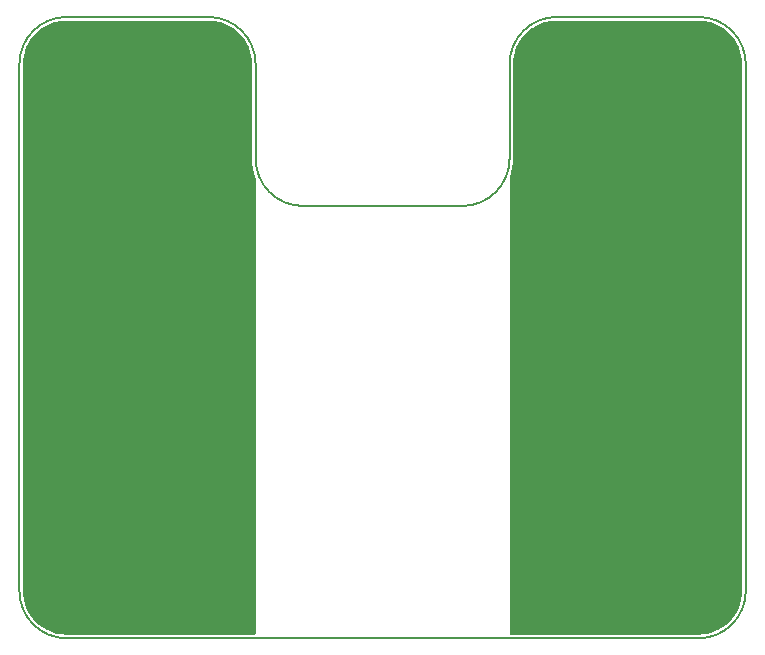
<source format=gbr>
%TF.GenerationSoftware,KiCad,Pcbnew,6.0.2+dfsg-1*%
%TF.CreationDate,2023-05-15T17:13:39+02:00*%
%TF.ProjectId,dclink,64636c69-6e6b-42e6-9b69-6361645f7063,V0*%
%TF.SameCoordinates,Original*%
%TF.FileFunction,Copper,L1,Top*%
%TF.FilePolarity,Positive*%
%FSLAX46Y46*%
G04 Gerber Fmt 4.6, Leading zero omitted, Abs format (unit mm)*
G04 Created by KiCad (PCBNEW 6.0.2+dfsg-1) date 2023-05-15 17:13:39*
%MOMM*%
%LPD*%
G01*
G04 APERTURE LIST*
%TA.AperFunction,NonConductor*%
%ADD10C,0.200000*%
%TD*%
%TA.AperFunction,ComponentPad*%
%ADD11C,12.200000*%
%TD*%
%TA.AperFunction,ComponentPad*%
%ADD12C,4.000000*%
%TD*%
%TA.AperFunction,ViaPad*%
%ADD13C,0.800000*%
%TD*%
G04 APERTURE END LIST*
D10*
X176600000Y-78500000D02*
X164600000Y-78500000D01*
X123100000Y-78500000D02*
X135100000Y-78500000D01*
X180600000Y-82500000D02*
G75*
G03*
X176600000Y-78500000I-4000000J0D01*
G01*
X139100000Y-90500000D02*
G75*
G03*
X143100000Y-94500000I4000000J0D01*
G01*
X160600000Y-82500000D02*
X160600000Y-90500000D01*
X156600000Y-94500000D02*
G75*
G03*
X160600000Y-90500000I0J4000000D01*
G01*
X119100000Y-82500000D02*
X119100000Y-127100000D01*
X180600000Y-94200000D02*
X180600000Y-82500000D01*
X119100000Y-127100000D02*
G75*
G03*
X123100000Y-131100000I4000000J0D01*
G01*
X139100000Y-82500000D02*
G75*
G03*
X135100000Y-78500000I-4000000J0D01*
G01*
X123100000Y-78500000D02*
G75*
G03*
X119100000Y-82500000I0J-4000000D01*
G01*
X180600000Y-127100000D02*
X180600000Y-94200000D01*
X164600000Y-78500000D02*
G75*
G03*
X160600000Y-82500000I0J-4000000D01*
G01*
X176600000Y-131100000D02*
G75*
G03*
X180600000Y-127100000I0J4000000D01*
G01*
X139100000Y-82500000D02*
X139100000Y-90500000D01*
X156600000Y-94500000D02*
X143100000Y-94500000D01*
X123100000Y-131100000D02*
X176600000Y-131100000D01*
D11*
%TO.P, ,1*%
%TO.N,GND*%
X129350000Y-86000000D03*
%TO.P, ,2*%
%TO.N,VDC*%
X170350000Y-86000000D03*
%TD*%
D12*
%TO.P, ,1,GND*%
%TO.N,VDC*%
X176100000Y-121800000D03*
%TO.P, ,2,GND*%
%TO.N,GND*%
X123600000Y-121800000D03*
%TO.P, ,3,SUP*%
%TO.N,VDC*%
X176100000Y-101800000D03*
%TO.P, ,4,GND*%
%TO.N,GND*%
X123600000Y-101800000D03*
%TD*%
D13*
%TO.N,GND*%
X122390000Y-95545654D03*
X128290000Y-104958699D03*
X123490000Y-117447409D03*
X121100000Y-100797827D03*
X127190000Y-101800425D03*
X127190000Y-97635207D03*
X129590000Y-103883034D03*
X128290000Y-111206526D03*
X129590000Y-112213470D03*
X131990000Y-103887380D03*
X123490000Y-113282191D03*
X131990000Y-124713470D03*
X127190000Y-126791733D03*
X125890000Y-96632609D03*
X130690000Y-121619571D03*
X128290000Y-125784789D03*
X124790000Y-114300425D03*
X122390000Y-128867399D03*
X131990000Y-112217816D03*
X125890000Y-102880436D03*
X121100000Y-119541308D03*
X128290000Y-115371744D03*
X123490000Y-115364800D03*
X127190000Y-116378688D03*
X129590000Y-108048252D03*
X123490000Y-127860455D03*
X121100000Y-123706526D03*
X131990000Y-118465643D03*
X131990000Y-105969989D03*
X130690000Y-127867399D03*
X130690000Y-111206526D03*
X128290000Y-94545654D03*
X131990000Y-128878689D03*
X121100000Y-107045654D03*
X124790000Y-124713470D03*
X128290000Y-123702180D03*
X121100000Y-115376090D03*
X124790000Y-99722162D03*
X122390000Y-116371744D03*
X122390000Y-97628263D03*
X123490000Y-123695236D03*
X130690000Y-102876090D03*
X123490000Y-109116973D03*
X130690000Y-123702180D03*
X123490000Y-125777845D03*
X124790000Y-128878689D03*
X130690000Y-104958699D03*
X131990000Y-99722162D03*
X127190000Y-103883034D03*
X121100000Y-113293481D03*
X128290000Y-119536962D03*
X125890000Y-111210872D03*
X131990000Y-116383034D03*
X127190000Y-128874343D03*
X123490000Y-111199582D03*
X127190000Y-122626515D03*
X127190000Y-114296079D03*
X125890000Y-123706526D03*
X128290000Y-121619571D03*
X121100000Y-94550000D03*
X124790000Y-105969989D03*
X122390000Y-118454353D03*
X128290000Y-107041308D03*
X128290000Y-109123917D03*
X122390000Y-103876090D03*
X127190000Y-112213470D03*
X130690000Y-96628263D03*
X131990000Y-126796079D03*
X130690000Y-94545654D03*
X124790000Y-95556944D03*
X129590000Y-116378688D03*
X131990000Y-108052598D03*
X131990000Y-101804771D03*
X131990000Y-120548252D03*
X125890000Y-117458699D03*
X129590000Y-118461297D03*
X125890000Y-125789135D03*
X123490000Y-119530018D03*
X130690000Y-107041308D03*
X130690000Y-115371744D03*
X124790000Y-110135207D03*
X129590000Y-99717816D03*
X125890000Y-109128263D03*
X122390000Y-110123917D03*
X125890000Y-104963045D03*
X121100000Y-109128263D03*
X121100000Y-117458699D03*
X131990000Y-114300425D03*
X130690000Y-98710872D03*
X125890000Y-121623917D03*
X128290000Y-127867399D03*
X127190000Y-124709124D03*
X127190000Y-99717816D03*
X129590000Y-97635207D03*
X131990000Y-110135207D03*
X125890000Y-119541308D03*
X128290000Y-96628263D03*
X131990000Y-122630861D03*
X123490000Y-104951755D03*
X128290000Y-98710872D03*
X130690000Y-109123917D03*
X128290000Y-100793481D03*
X124790000Y-112217816D03*
X130690000Y-100793481D03*
X129590000Y-110130861D03*
X121100000Y-98715218D03*
X131990000Y-95556944D03*
X122390000Y-105958699D03*
X130690000Y-113289135D03*
X129590000Y-105965643D03*
X121100000Y-102880436D03*
X121100000Y-111210872D03*
X129590000Y-126791733D03*
X129590000Y-95552598D03*
X125890000Y-127871745D03*
X124790000Y-126796079D03*
X123490000Y-96621319D03*
X128290000Y-102876090D03*
X122390000Y-108041308D03*
X127190000Y-120543906D03*
X123490000Y-94538710D03*
X125890000Y-94550000D03*
X124790000Y-118465643D03*
X129590000Y-101800425D03*
X124790000Y-103887380D03*
X129590000Y-124709124D03*
X131990000Y-97639553D03*
X128290000Y-117454353D03*
X121100000Y-125789135D03*
X122390000Y-99710872D03*
X127190000Y-118461297D03*
X129590000Y-120543906D03*
X123490000Y-107034364D03*
X121100000Y-96632609D03*
X125890000Y-100797827D03*
X121100000Y-127871745D03*
X125890000Y-115376090D03*
X129590000Y-114296079D03*
X124790000Y-116383034D03*
X121100000Y-104963045D03*
X122390000Y-126784789D03*
X124790000Y-108052598D03*
X125890000Y-98715218D03*
X122390000Y-112206526D03*
X127190000Y-95552598D03*
X127190000Y-110130861D03*
X127190000Y-105965643D03*
X125890000Y-113293481D03*
X130690000Y-117454353D03*
X125890000Y-107045654D03*
X130690000Y-125784789D03*
X129590000Y-122626515D03*
X130690000Y-119536962D03*
X121100000Y-121623917D03*
X123490000Y-98703928D03*
X128290000Y-113289135D03*
X129590000Y-128874343D03*
X127190000Y-108048252D03*
X124790000Y-97639553D03*
X122390000Y-124702180D03*
X122390000Y-114289135D03*
%TO.N,VDC*%
X167710000Y-97639553D03*
X170110000Y-122626515D03*
X178600000Y-98715218D03*
X170110000Y-95552598D03*
X176210000Y-94538710D03*
X177310000Y-97628263D03*
X174910000Y-105969989D03*
X170110000Y-118461297D03*
X173810000Y-117458699D03*
X178600000Y-117458699D03*
X170110000Y-101800425D03*
X167710000Y-103887380D03*
X178600000Y-109128263D03*
X167710000Y-122630861D03*
X171410000Y-111206526D03*
X171410000Y-107041308D03*
X176210000Y-119530018D03*
X174910000Y-108052598D03*
X174960000Y-128878689D03*
X170110000Y-120543906D03*
X172510000Y-105965643D03*
X169010000Y-125784789D03*
X171410000Y-104958699D03*
X176210000Y-98703928D03*
X167710000Y-114300425D03*
X171410000Y-102876090D03*
X171410000Y-123702180D03*
X170110000Y-126791733D03*
X170110000Y-110130861D03*
X174910000Y-99722162D03*
X171410000Y-100793481D03*
X176210000Y-123695236D03*
X167710000Y-116383034D03*
X167710000Y-101804771D03*
X173810000Y-123706526D03*
X167710000Y-118465643D03*
X167710000Y-110135207D03*
X178600000Y-121623917D03*
X176210000Y-109116973D03*
X177360000Y-128867399D03*
X174910000Y-118465643D03*
X178600000Y-123706526D03*
X170110000Y-116378688D03*
X176210000Y-127860455D03*
X173810000Y-98715218D03*
X173810000Y-119541308D03*
X176210000Y-107034364D03*
X177310000Y-124702180D03*
X167710000Y-105969989D03*
X169010000Y-117454353D03*
X178600000Y-111210872D03*
X167710000Y-120548252D03*
X170110000Y-114296079D03*
X178600000Y-125789135D03*
X169010000Y-104958699D03*
X173810000Y-115376090D03*
X167710000Y-124713470D03*
X171410000Y-127867399D03*
X177310000Y-114289135D03*
X176210000Y-125777845D03*
X177310000Y-103876090D03*
X170110000Y-99717816D03*
X174910000Y-124713470D03*
X170110000Y-103883034D03*
X172510000Y-116378688D03*
X178600000Y-94550000D03*
X173810000Y-104963045D03*
X177310000Y-126784789D03*
X171410000Y-98710872D03*
X169010000Y-121619571D03*
X171410000Y-119536962D03*
X177310000Y-112206526D03*
X172510000Y-95552598D03*
X171410000Y-113289135D03*
X172510000Y-110130861D03*
X176210000Y-104951755D03*
X172510000Y-126791733D03*
X169010000Y-123702180D03*
X167760000Y-128878689D03*
X178600000Y-96632609D03*
X172510000Y-101800425D03*
X173810000Y-125789135D03*
X177310000Y-118454353D03*
X169010000Y-113289135D03*
X167710000Y-126796079D03*
X178600000Y-119541308D03*
X173810000Y-109128263D03*
X177310000Y-105958699D03*
X173810000Y-102880436D03*
X174910000Y-103887380D03*
X174910000Y-112217816D03*
X167710000Y-99722162D03*
X173810000Y-127871745D03*
X172560000Y-128874343D03*
X170110000Y-112213470D03*
X169010000Y-100793481D03*
X178600000Y-104963045D03*
X171410000Y-117454353D03*
X172510000Y-120543906D03*
X169010000Y-127867399D03*
X170110000Y-124709124D03*
X169010000Y-115371744D03*
X173810000Y-107045654D03*
X174910000Y-116383034D03*
X178600000Y-127871745D03*
X171410000Y-115371744D03*
X177310000Y-99710872D03*
X167710000Y-108052598D03*
X174910000Y-95556944D03*
X172510000Y-118461297D03*
X169010000Y-111206526D03*
X171410000Y-96628263D03*
X174910000Y-110135207D03*
X177310000Y-110123917D03*
X178600000Y-113293481D03*
X173810000Y-100797827D03*
X169010000Y-98710872D03*
X177310000Y-116371744D03*
X171410000Y-121619571D03*
X172510000Y-122626515D03*
X178600000Y-100797827D03*
X174910000Y-97639553D03*
X169010000Y-109123917D03*
X176210000Y-115364800D03*
X170110000Y-97635207D03*
X172510000Y-124709124D03*
X170110000Y-108048252D03*
X172510000Y-103883034D03*
X167710000Y-112217816D03*
X176210000Y-96621319D03*
X169010000Y-96628263D03*
X173810000Y-121623917D03*
X167710000Y-95556944D03*
X177310000Y-95545654D03*
X174910000Y-114300425D03*
X176210000Y-117447409D03*
X172510000Y-97635207D03*
X173810000Y-96632609D03*
X176210000Y-111199582D03*
X170110000Y-105965643D03*
X176210000Y-113282191D03*
X178600000Y-115376090D03*
X169010000Y-102876090D03*
X177310000Y-108041308D03*
X171410000Y-125784789D03*
X178600000Y-107045654D03*
X169010000Y-107041308D03*
X174910000Y-126796079D03*
X173810000Y-113293481D03*
X170160000Y-128874343D03*
X172510000Y-114296079D03*
X171410000Y-94545654D03*
X178600000Y-102880436D03*
X172510000Y-112213470D03*
X173810000Y-94550000D03*
X169010000Y-94545654D03*
X173810000Y-111210872D03*
X169010000Y-119536962D03*
X171410000Y-109123917D03*
X172510000Y-99717816D03*
X172510000Y-108048252D03*
%TD*%
%TA.AperFunction,Conductor*%
%TO.N,VDC*%
G36*
X176584608Y-78801914D02*
G01*
X176589144Y-78802714D01*
X176589145Y-78802714D01*
X176600000Y-78804628D01*
X176610858Y-78802713D01*
X176618562Y-78802713D01*
X176634657Y-78801702D01*
X176956487Y-78817514D01*
X176968781Y-78818725D01*
X177315710Y-78870186D01*
X177327831Y-78872596D01*
X177428894Y-78897911D01*
X177668047Y-78957817D01*
X177679879Y-78961406D01*
X178010101Y-79079561D01*
X178021525Y-79084293D01*
X178195903Y-79166767D01*
X178338578Y-79234247D01*
X178349479Y-79240074D01*
X178650304Y-79420382D01*
X178660585Y-79427252D01*
X178942289Y-79636178D01*
X178951825Y-79644003D01*
X179211714Y-79879553D01*
X179220447Y-79888286D01*
X179455997Y-80148175D01*
X179463822Y-80157711D01*
X179520346Y-80233924D01*
X179672748Y-80439415D01*
X179679618Y-80449696D01*
X179859926Y-80750521D01*
X179865755Y-80761426D01*
X180015707Y-81078475D01*
X180020439Y-81089899D01*
X180138594Y-81420121D01*
X180142183Y-81431953D01*
X180227403Y-81772165D01*
X180229814Y-81784290D01*
X180277064Y-82102822D01*
X180281275Y-82131214D01*
X180282487Y-82143519D01*
X180298298Y-82465341D01*
X180297287Y-82481438D01*
X180297287Y-82489142D01*
X180295372Y-82500000D01*
X180297286Y-82510855D01*
X180297286Y-82510856D01*
X180298086Y-82515392D01*
X180300000Y-82537271D01*
X180300000Y-127062729D01*
X180298086Y-127084608D01*
X180295372Y-127100000D01*
X180297287Y-127110858D01*
X180297287Y-127118562D01*
X180298298Y-127134659D01*
X180282487Y-127456481D01*
X180281275Y-127468781D01*
X180229815Y-127815707D01*
X180227403Y-127827835D01*
X180142183Y-128168047D01*
X180138594Y-128179879D01*
X180020439Y-128510101D01*
X180015707Y-128521525D01*
X179865755Y-128838574D01*
X179859926Y-128849479D01*
X179679618Y-129150304D01*
X179672748Y-129160585D01*
X179463822Y-129442289D01*
X179455997Y-129451825D01*
X179220452Y-129711709D01*
X179211714Y-129720447D01*
X178951825Y-129955997D01*
X178942289Y-129963822D01*
X178893528Y-129999986D01*
X178660585Y-130172748D01*
X178650304Y-130179618D01*
X178349479Y-130359926D01*
X178338578Y-130365753D01*
X178195903Y-130433233D01*
X178021525Y-130515707D01*
X178010101Y-130520439D01*
X177679879Y-130638594D01*
X177668047Y-130642183D01*
X177540909Y-130674030D01*
X177327831Y-130727404D01*
X177315710Y-130729814D01*
X176968781Y-130781275D01*
X176956487Y-130782486D01*
X176634657Y-130798298D01*
X176618562Y-130797287D01*
X176610858Y-130797287D01*
X176600000Y-130795372D01*
X176589145Y-130797286D01*
X176589144Y-130797286D01*
X176584608Y-130798086D01*
X176562729Y-130800000D01*
X160734472Y-130800000D01*
X160666351Y-130779998D01*
X160619858Y-130726342D01*
X160608473Y-130674030D01*
X160604207Y-111240271D01*
X160600010Y-92113094D01*
X160610746Y-92062173D01*
X160612733Y-92057673D01*
X160612741Y-92057652D01*
X160613913Y-92054998D01*
X160740268Y-91678008D01*
X160831299Y-91290967D01*
X160886230Y-90897178D01*
X160903645Y-90520528D01*
X160904008Y-90512667D01*
X160904008Y-90512666D01*
X160904581Y-90500269D01*
X160904628Y-90500000D01*
X160901914Y-90484608D01*
X160900000Y-90462729D01*
X160900000Y-82537271D01*
X160901914Y-82515392D01*
X160902714Y-82510856D01*
X160902714Y-82510855D01*
X160904628Y-82500000D01*
X160902713Y-82489142D01*
X160902713Y-82481438D01*
X160901702Y-82465341D01*
X160917513Y-82143519D01*
X160918725Y-82131214D01*
X160922937Y-82102822D01*
X160970186Y-81784290D01*
X160972597Y-81772165D01*
X161057817Y-81431953D01*
X161061406Y-81420121D01*
X161179561Y-81089899D01*
X161184293Y-81078475D01*
X161334245Y-80761426D01*
X161340074Y-80750521D01*
X161520382Y-80449696D01*
X161527252Y-80439415D01*
X161679654Y-80233924D01*
X161736178Y-80157711D01*
X161744003Y-80148175D01*
X161979553Y-79888286D01*
X161988286Y-79879553D01*
X162248175Y-79644003D01*
X162257711Y-79636178D01*
X162539415Y-79427252D01*
X162549696Y-79420382D01*
X162850521Y-79240074D01*
X162861422Y-79234247D01*
X163004097Y-79166767D01*
X163178475Y-79084293D01*
X163189899Y-79079561D01*
X163520121Y-78961406D01*
X163531953Y-78957817D01*
X163771106Y-78897911D01*
X163872169Y-78872596D01*
X163884290Y-78870186D01*
X164231219Y-78818725D01*
X164243513Y-78817514D01*
X164565343Y-78801702D01*
X164581438Y-78802713D01*
X164589142Y-78802713D01*
X164600000Y-78804628D01*
X164610855Y-78802714D01*
X164610856Y-78802714D01*
X164615392Y-78801914D01*
X164637271Y-78800000D01*
X176562729Y-78800000D01*
X176584608Y-78801914D01*
G37*
%TD.AperFunction*%
%TD*%
%TA.AperFunction,Conductor*%
%TO.N,GND*%
G36*
X135084608Y-78801914D02*
G01*
X135089144Y-78802714D01*
X135089145Y-78802714D01*
X135100000Y-78804628D01*
X135110858Y-78802713D01*
X135118562Y-78802713D01*
X135134657Y-78801702D01*
X135456487Y-78817514D01*
X135468781Y-78818725D01*
X135815710Y-78870186D01*
X135827831Y-78872596D01*
X135928894Y-78897911D01*
X136168047Y-78957817D01*
X136179879Y-78961406D01*
X136510101Y-79079561D01*
X136521525Y-79084293D01*
X136695903Y-79166767D01*
X136838578Y-79234247D01*
X136849479Y-79240074D01*
X137150304Y-79420382D01*
X137160585Y-79427252D01*
X137442289Y-79636178D01*
X137451825Y-79644003D01*
X137711714Y-79879553D01*
X137720447Y-79888286D01*
X137955997Y-80148175D01*
X137963822Y-80157711D01*
X138020346Y-80233924D01*
X138172748Y-80439415D01*
X138179618Y-80449696D01*
X138359926Y-80750521D01*
X138365755Y-80761426D01*
X138515707Y-81078475D01*
X138520439Y-81089899D01*
X138638594Y-81420121D01*
X138642183Y-81431953D01*
X138727403Y-81772165D01*
X138729814Y-81784290D01*
X138777064Y-82102822D01*
X138781275Y-82131214D01*
X138782487Y-82143519D01*
X138798298Y-82465341D01*
X138797287Y-82481438D01*
X138797287Y-82489142D01*
X138795372Y-82500000D01*
X138797286Y-82510855D01*
X138797286Y-82510856D01*
X138798086Y-82515392D01*
X138800000Y-82537271D01*
X138800000Y-90462729D01*
X138798086Y-90484608D01*
X138795372Y-90500000D01*
X138795419Y-90500269D01*
X138813770Y-90897178D01*
X138868701Y-91290967D01*
X138959732Y-91678008D01*
X139086087Y-92054998D01*
X139087266Y-92057668D01*
X139120207Y-92132273D01*
X139130943Y-92183267D01*
X139100589Y-130359926D01*
X139100339Y-130674100D01*
X139080283Y-130742205D01*
X139026590Y-130788655D01*
X138974339Y-130800000D01*
X123137271Y-130800000D01*
X123115392Y-130798086D01*
X123110856Y-130797286D01*
X123110855Y-130797286D01*
X123100000Y-130795372D01*
X123089142Y-130797287D01*
X123081438Y-130797287D01*
X123065343Y-130798298D01*
X122743513Y-130782486D01*
X122731219Y-130781275D01*
X122384290Y-130729814D01*
X122372169Y-130727404D01*
X122271106Y-130702089D01*
X122031953Y-130642183D01*
X122020121Y-130638594D01*
X121689899Y-130520439D01*
X121678475Y-130515707D01*
X121504097Y-130433233D01*
X121361422Y-130365753D01*
X121350521Y-130359926D01*
X121049696Y-130179618D01*
X121039415Y-130172748D01*
X120806472Y-129999986D01*
X120757711Y-129963822D01*
X120748175Y-129955997D01*
X120488286Y-129720447D01*
X120479548Y-129711709D01*
X120244003Y-129451825D01*
X120236178Y-129442289D01*
X120027252Y-129160585D01*
X120020382Y-129150304D01*
X119840074Y-128849479D01*
X119834245Y-128838574D01*
X119684293Y-128521525D01*
X119679561Y-128510101D01*
X119561406Y-128179879D01*
X119557817Y-128168047D01*
X119472597Y-127827835D01*
X119470185Y-127815707D01*
X119418725Y-127468781D01*
X119417513Y-127456481D01*
X119401702Y-127134659D01*
X119402713Y-127118562D01*
X119402713Y-127110858D01*
X119404628Y-127100000D01*
X119401914Y-127084608D01*
X119400000Y-127062729D01*
X119400000Y-82537271D01*
X119401914Y-82515392D01*
X119402714Y-82510856D01*
X119402714Y-82510855D01*
X119404628Y-82500000D01*
X119402713Y-82489142D01*
X119402713Y-82481438D01*
X119401702Y-82465341D01*
X119417513Y-82143519D01*
X119418725Y-82131214D01*
X119422937Y-82102822D01*
X119470186Y-81784290D01*
X119472597Y-81772165D01*
X119557817Y-81431953D01*
X119561406Y-81420121D01*
X119679561Y-81089899D01*
X119684293Y-81078475D01*
X119834245Y-80761426D01*
X119840074Y-80750521D01*
X120020382Y-80449696D01*
X120027252Y-80439415D01*
X120179654Y-80233924D01*
X120236178Y-80157711D01*
X120244003Y-80148175D01*
X120479553Y-79888286D01*
X120488286Y-79879553D01*
X120748175Y-79644003D01*
X120757711Y-79636178D01*
X121039415Y-79427252D01*
X121049696Y-79420382D01*
X121350521Y-79240074D01*
X121361422Y-79234247D01*
X121504097Y-79166767D01*
X121678475Y-79084293D01*
X121689899Y-79079561D01*
X122020121Y-78961406D01*
X122031953Y-78957817D01*
X122271106Y-78897911D01*
X122372169Y-78872596D01*
X122384290Y-78870186D01*
X122731219Y-78818725D01*
X122743513Y-78817514D01*
X123065343Y-78801702D01*
X123081438Y-78802713D01*
X123089142Y-78802713D01*
X123100000Y-78804628D01*
X123110855Y-78802714D01*
X123110856Y-78802714D01*
X123115392Y-78801914D01*
X123137271Y-78800000D01*
X135062729Y-78800000D01*
X135084608Y-78801914D01*
G37*
%TD.AperFunction*%
%TD*%
M02*

</source>
